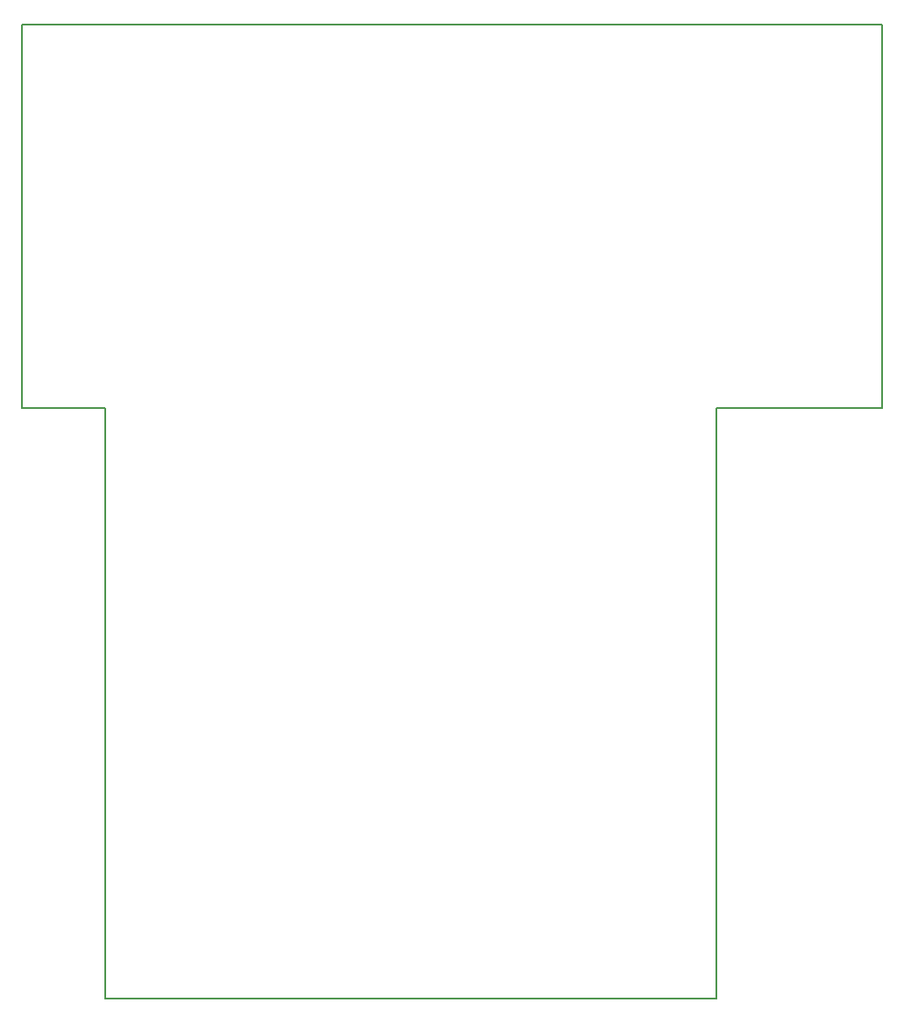
<source format=gm1>
G04 #@! TF.GenerationSoftware,KiCad,Pcbnew,5.0.2-bee76a0~70~ubuntu16.04.1*
G04 #@! TF.CreationDate,2019-01-06T13:47:42-08:00*
G04 #@! TF.ProjectId,fpif,66706966-2e6b-4696-9361-645f70636258,rev?*
G04 #@! TF.SameCoordinates,Original*
G04 #@! TF.FileFunction,Profile,NP*
%FSLAX46Y46*%
G04 Gerber Fmt 4.6, Leading zero omitted, Abs format (unit mm)*
G04 Created by KiCad (PCBNEW 5.0.2-bee76a0~70~ubuntu16.04.1) date Sun 06 Jan 2019 01:47:42 PM PST*
%MOMM*%
%LPD*%
G01*
G04 APERTURE LIST*
%ADD10C,0.150000*%
G04 APERTURE END LIST*
D10*
X113000000Y-70000000D02*
X121000000Y-70000000D01*
X113000000Y-33000000D02*
X113000000Y-70000000D01*
X196000000Y-33000000D02*
X113000000Y-33000000D01*
X196000000Y-70000000D02*
X196000000Y-33000000D01*
X180000000Y-70000000D02*
X196000000Y-70000000D01*
X121000000Y-127000000D02*
X121000000Y-70000000D01*
X180000000Y-127000000D02*
X121000000Y-127000000D01*
X180000000Y-70000000D02*
X180000000Y-127000000D01*
M02*

</source>
